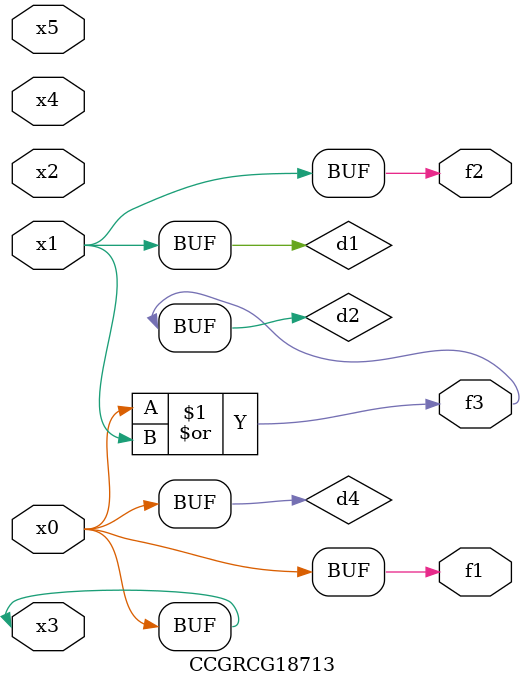
<source format=v>
module CCGRCG18713(
	input x0, x1, x2, x3, x4, x5,
	output f1, f2, f3
);

	wire d1, d2, d3, d4;

	and (d1, x1);
	or (d2, x0, x1);
	nand (d3, x0, x5);
	buf (d4, x0, x3);
	assign f1 = d4;
	assign f2 = d1;
	assign f3 = d2;
endmodule

</source>
